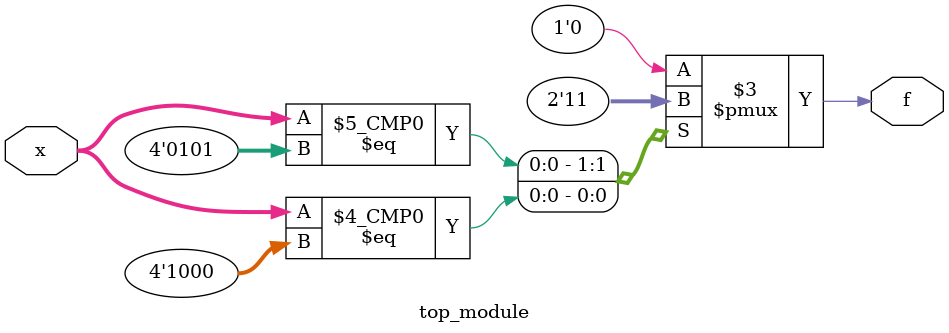
<source format=sv>
module top_module (
    input [4:1] x,
    output logic f
);

always_comb begin
    case (x)
        4'b00xx: f = 0;
        4'b0101: f = 1;
        4'b0110: f = 0;
        4'b1000: f = 1;
        default: f = 0;
    endcase
end

endmodule

</source>
